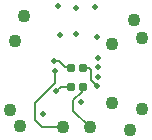
<source format=gbl>
G04*
G04 #@! TF.GenerationSoftware,Altium Limited,Altium Designer,21.8.1 (53)*
G04*
G04 Layer_Physical_Order=4*
G04 Layer_Color=16711680*
%FSLAX43Y43*%
%MOMM*%
G71*
G04*
G04 #@! TF.SameCoordinates,1D73D155-7DD3-43B3-A4AD-18309685674C*
G04*
G04*
G04 #@! TF.FilePolarity,Positive*
G04*
G01*
G75*
%ADD11C,0.200*%
G04:AMPARAMS|DCode=26|XSize=0.61mm|YSize=0.6mm|CornerRadius=0.075mm|HoleSize=0mm|Usage=FLASHONLY|Rotation=180.000|XOffset=0mm|YOffset=0mm|HoleType=Round|Shape=RoundedRectangle|*
%AMROUNDEDRECTD26*
21,1,0.610,0.450,0,0,180.0*
21,1,0.460,0.600,0,0,180.0*
1,1,0.150,-0.230,0.225*
1,1,0.150,0.230,0.225*
1,1,0.150,0.230,-0.225*
1,1,0.150,-0.230,-0.225*
%
%ADD26ROUNDEDRECTD26*%
%ADD29C,0.150*%
%ADD31C,1.100*%
%ADD32C,0.500*%
D11*
X-588Y488D02*
X-500Y400D01*
X-1500Y1000D02*
X-988Y488D01*
X-588D01*
X-1900Y1000D02*
X-1500D01*
X-1345Y-1157D02*
X-507D01*
X-1741Y-1553D02*
X-1345Y-1157D01*
X-507D02*
X-500Y-1150D01*
D26*
Y400D02*
D03*
X500D02*
D03*
X-500Y-1150D02*
D03*
X500D02*
D03*
D29*
X413Y-1237D02*
X500Y-1150D01*
X-286Y-2286D02*
X413Y-1587D01*
Y-1237D01*
X-286Y-3164D02*
Y-2286D01*
X-1846Y-875D02*
Y186D01*
X-3500Y-2529D02*
X-1846Y-875D01*
X-286Y-3164D02*
X1150Y-4600D01*
X1003Y400D02*
X1172Y231D01*
Y-574D02*
X1698Y-1100D01*
X1172Y-574D02*
Y231D01*
X500Y400D02*
X1003D01*
X-3500Y-4000D02*
Y-2529D01*
X-2900Y-4600D02*
X-1150D01*
X-3500Y-4000D02*
X-2900Y-4600D01*
D31*
X1150D02*
D03*
X3000Y-2500D02*
D03*
X-1150Y-4600D02*
D03*
X-5246Y2756D02*
D03*
X5500Y3000D02*
D03*
Y-3000D02*
D03*
X-5641Y-3120D02*
D03*
X3000Y2500D02*
D03*
X-4828Y-4500D02*
D03*
X4500Y-4828D02*
D03*
X-4500Y4828D02*
D03*
X4828Y4500D02*
D03*
D32*
X334Y-2423D02*
D03*
X-1383Y3200D02*
D03*
X1699Y3031D02*
D03*
X-2835Y-3484D02*
D03*
X-38Y3352D02*
D03*
X1513Y5636D02*
D03*
X-1900Y1000D02*
D03*
X-1741Y-1553D02*
D03*
X-1846Y198D02*
D03*
X1698Y-1100D02*
D03*
X1800Y-300D02*
D03*
Y500D02*
D03*
Y1300D02*
D03*
X-1561Y5687D02*
D03*
X-43Y5515D02*
D03*
M02*

</source>
